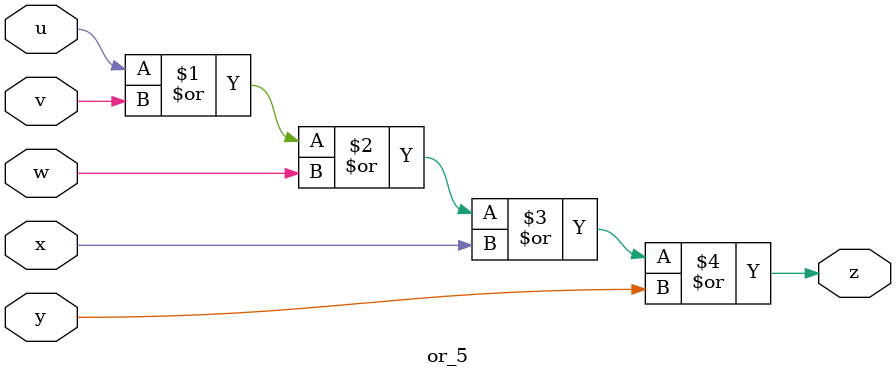
<source format=v>
module or_gate (x, y, z);
  input x;
  input y;
  output z;

  assign z = (x|y) ;


endmodule



module or_3 (w,x,y,z);
  input w;
  input x;
  input y;
  output z;

  assign z =  w | x | y;
endmodule

module or_4 (v,w,x,y,z);
  input v;
  input w;
  input x;
  input y;
  output z;

  assign z = v | w | x | y;
endmodule

module or_5 (u,v,w,x,y,z);
  input u;
  input v;
  input w;
  input x;
  input y;
  output z;
  assign z = u | v | w | x | y;
endmodule

</source>
